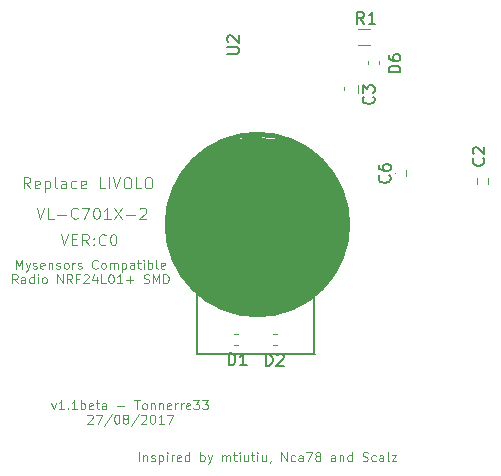
<source format=gto>
G04 #@! TF.FileFunction,Legend,Top*
%FSLAX46Y46*%
G04 Gerber Fmt 4.6, Leading zero omitted, Abs format (unit mm)*
G04 Created by KiCad (PCBNEW 4.0.6) date 08/27/17 11:03:30*
%MOMM*%
%LPD*%
G01*
G04 APERTURE LIST*
%ADD10C,0.100000*%
%ADD11C,0.081280*%
%ADD12C,0.200000*%
%ADD13C,0.065024*%
%ADD14C,0.406400*%
%ADD15C,7.500000*%
%ADD16C,0.120000*%
%ADD17C,0.150000*%
%ADD18R,2.400000X1.400000*%
%ADD19R,1.150000X1.600000*%
%ADD20R,1.600000X1.300000*%
%ADD21R,1.200000X1.200000*%
%ADD22R,0.900000X1.000000*%
%ADD23C,1.705560*%
G04 APERTURE END LIST*
D10*
D11*
X131851401Y-105880038D02*
X132173134Y-106845238D01*
X132494867Y-105880038D01*
X132816601Y-106339657D02*
X133138334Y-106339657D01*
X133276220Y-106845238D02*
X132816601Y-106845238D01*
X132816601Y-105880038D01*
X133276220Y-105880038D01*
X134241419Y-106845238D02*
X133919686Y-106385619D01*
X133689877Y-106845238D02*
X133689877Y-105880038D01*
X134057572Y-105880038D01*
X134149496Y-105926000D01*
X134195457Y-105971962D01*
X134241419Y-106063886D01*
X134241419Y-106201771D01*
X134195457Y-106293695D01*
X134149496Y-106339657D01*
X134057572Y-106385619D01*
X133689877Y-106385619D01*
X134655077Y-106753314D02*
X134701038Y-106799276D01*
X134655077Y-106845238D01*
X134609115Y-106799276D01*
X134655077Y-106753314D01*
X134655077Y-106845238D01*
X134655077Y-106247733D02*
X134701038Y-106293695D01*
X134655077Y-106339657D01*
X134609115Y-106293695D01*
X134655077Y-106247733D01*
X134655077Y-106339657D01*
X135666238Y-106753314D02*
X135620276Y-106799276D01*
X135482391Y-106845238D01*
X135390467Y-106845238D01*
X135252581Y-106799276D01*
X135160657Y-106707352D01*
X135114696Y-106615429D01*
X135068734Y-106431581D01*
X135068734Y-106293695D01*
X135114696Y-106109848D01*
X135160657Y-106017924D01*
X135252581Y-105926000D01*
X135390467Y-105880038D01*
X135482391Y-105880038D01*
X135620276Y-105926000D01*
X135666238Y-105971962D01*
X136263743Y-105880038D02*
X136355667Y-105880038D01*
X136447591Y-105926000D01*
X136493553Y-105971962D01*
X136539515Y-106063886D01*
X136585476Y-106247733D01*
X136585476Y-106477543D01*
X136539515Y-106661390D01*
X136493553Y-106753314D01*
X136447591Y-106799276D01*
X136355667Y-106845238D01*
X136263743Y-106845238D01*
X136171819Y-106799276D01*
X136125857Y-106753314D01*
X136079896Y-106661390D01*
X136033934Y-106477543D01*
X136033934Y-106247733D01*
X136079896Y-106063886D01*
X136125857Y-105971962D01*
X136171819Y-105926000D01*
X136263743Y-105880038D01*
D12*
X153319200Y-116000000D02*
X153319200Y-111100000D01*
X143419200Y-116000000D02*
X143419200Y-111000000D01*
X143919200Y-116000000D02*
X143419200Y-116000000D01*
X153419200Y-116000000D02*
X143919200Y-116000000D01*
D11*
X129278744Y-102019238D02*
X128957011Y-101559619D01*
X128727202Y-102019238D02*
X128727202Y-101054038D01*
X129094897Y-101054038D01*
X129186821Y-101100000D01*
X129232782Y-101145962D01*
X129278744Y-101237886D01*
X129278744Y-101375771D01*
X129232782Y-101467695D01*
X129186821Y-101513657D01*
X129094897Y-101559619D01*
X128727202Y-101559619D01*
X130060097Y-101973276D02*
X129968173Y-102019238D01*
X129784325Y-102019238D01*
X129692402Y-101973276D01*
X129646440Y-101881352D01*
X129646440Y-101513657D01*
X129692402Y-101421733D01*
X129784325Y-101375771D01*
X129968173Y-101375771D01*
X130060097Y-101421733D01*
X130106059Y-101513657D01*
X130106059Y-101605581D01*
X129646440Y-101697505D01*
X130519716Y-101375771D02*
X130519716Y-102340971D01*
X130519716Y-101421733D02*
X130611639Y-101375771D01*
X130795487Y-101375771D01*
X130887411Y-101421733D01*
X130933373Y-101467695D01*
X130979335Y-101559619D01*
X130979335Y-101835390D01*
X130933373Y-101927314D01*
X130887411Y-101973276D01*
X130795487Y-102019238D01*
X130611639Y-102019238D01*
X130519716Y-101973276D01*
X131530877Y-102019238D02*
X131438953Y-101973276D01*
X131392992Y-101881352D01*
X131392992Y-101054038D01*
X132312230Y-102019238D02*
X132312230Y-101513657D01*
X132266268Y-101421733D01*
X132174344Y-101375771D01*
X131990496Y-101375771D01*
X131898573Y-101421733D01*
X132312230Y-101973276D02*
X132220306Y-102019238D01*
X131990496Y-102019238D01*
X131898573Y-101973276D01*
X131852611Y-101881352D01*
X131852611Y-101789429D01*
X131898573Y-101697505D01*
X131990496Y-101651543D01*
X132220306Y-101651543D01*
X132312230Y-101605581D01*
X133185506Y-101973276D02*
X133093582Y-102019238D01*
X132909734Y-102019238D01*
X132817810Y-101973276D01*
X132771849Y-101927314D01*
X132725887Y-101835390D01*
X132725887Y-101559619D01*
X132771849Y-101467695D01*
X132817810Y-101421733D01*
X132909734Y-101375771D01*
X133093582Y-101375771D01*
X133185506Y-101421733D01*
X133966858Y-101973276D02*
X133874934Y-102019238D01*
X133691086Y-102019238D01*
X133599163Y-101973276D01*
X133553201Y-101881352D01*
X133553201Y-101513657D01*
X133599163Y-101421733D01*
X133691086Y-101375771D01*
X133874934Y-101375771D01*
X133966858Y-101421733D01*
X134012820Y-101513657D01*
X134012820Y-101605581D01*
X133553201Y-101697505D01*
X135621486Y-102019238D02*
X135161867Y-102019238D01*
X135161867Y-101054038D01*
X135943219Y-102019238D02*
X135943219Y-101054038D01*
X136264952Y-101054038D02*
X136586685Y-102019238D01*
X136908418Y-101054038D01*
X137413999Y-101054038D02*
X137597847Y-101054038D01*
X137689771Y-101100000D01*
X137781694Y-101191924D01*
X137827656Y-101375771D01*
X137827656Y-101697505D01*
X137781694Y-101881352D01*
X137689771Y-101973276D01*
X137597847Y-102019238D01*
X137413999Y-102019238D01*
X137322075Y-101973276D01*
X137230152Y-101881352D01*
X137184190Y-101697505D01*
X137184190Y-101375771D01*
X137230152Y-101191924D01*
X137322075Y-101100000D01*
X137413999Y-101054038D01*
X138700933Y-102019238D02*
X138241314Y-102019238D01*
X138241314Y-101054038D01*
X139206513Y-101054038D02*
X139390361Y-101054038D01*
X139482285Y-101100000D01*
X139574208Y-101191924D01*
X139620170Y-101375771D01*
X139620170Y-101697505D01*
X139574208Y-101881352D01*
X139482285Y-101973276D01*
X139390361Y-102019238D01*
X139206513Y-102019238D01*
X139114589Y-101973276D01*
X139022666Y-101881352D01*
X138976704Y-101697505D01*
X138976704Y-101375771D01*
X139022666Y-101191924D01*
X139114589Y-101100000D01*
X139206513Y-101054038D01*
X129830286Y-103644838D02*
X130152019Y-104610038D01*
X130473752Y-103644838D01*
X131255105Y-104610038D02*
X130795486Y-104610038D01*
X130795486Y-103644838D01*
X131576838Y-104242343D02*
X132312228Y-104242343D01*
X133323390Y-104518114D02*
X133277428Y-104564076D01*
X133139543Y-104610038D01*
X133047619Y-104610038D01*
X132909733Y-104564076D01*
X132817809Y-104472152D01*
X132771848Y-104380229D01*
X132725886Y-104196381D01*
X132725886Y-104058495D01*
X132771848Y-103874648D01*
X132817809Y-103782724D01*
X132909733Y-103690800D01*
X133047619Y-103644838D01*
X133139543Y-103644838D01*
X133277428Y-103690800D01*
X133323390Y-103736762D01*
X133645124Y-103644838D02*
X134288590Y-103644838D01*
X133874933Y-104610038D01*
X134840133Y-103644838D02*
X134932057Y-103644838D01*
X135023981Y-103690800D01*
X135069943Y-103736762D01*
X135115905Y-103828686D01*
X135161866Y-104012533D01*
X135161866Y-104242343D01*
X135115905Y-104426190D01*
X135069943Y-104518114D01*
X135023981Y-104564076D01*
X134932057Y-104610038D01*
X134840133Y-104610038D01*
X134748209Y-104564076D01*
X134702247Y-104518114D01*
X134656286Y-104426190D01*
X134610324Y-104242343D01*
X134610324Y-104012533D01*
X134656286Y-103828686D01*
X134702247Y-103736762D01*
X134748209Y-103690800D01*
X134840133Y-103644838D01*
X136081104Y-104610038D02*
X135529562Y-104610038D01*
X135805333Y-104610038D02*
X135805333Y-103644838D01*
X135713409Y-103782724D01*
X135621485Y-103874648D01*
X135529562Y-103920610D01*
X136402838Y-103644838D02*
X137046304Y-104610038D01*
X137046304Y-103644838D02*
X136402838Y-104610038D01*
X137414000Y-104242343D02*
X138149390Y-104242343D01*
X138563048Y-103736762D02*
X138609010Y-103690800D01*
X138700933Y-103644838D01*
X138930743Y-103644838D01*
X139022667Y-103690800D01*
X139068629Y-103736762D01*
X139114590Y-103828686D01*
X139114590Y-103920610D01*
X139068629Y-104058495D01*
X138517086Y-104610038D01*
X139114590Y-104610038D01*
D13*
X131081904Y-120203993D02*
X131265751Y-120718766D01*
X131449599Y-120203993D01*
X132148219Y-120718766D02*
X131706985Y-120718766D01*
X131927602Y-120718766D02*
X131927602Y-119946606D01*
X131854063Y-120056915D01*
X131780524Y-120130454D01*
X131706985Y-120167224D01*
X132479145Y-120645227D02*
X132515914Y-120681997D01*
X132479145Y-120718766D01*
X132442375Y-120681997D01*
X132479145Y-120645227D01*
X132479145Y-120718766D01*
X133251304Y-120718766D02*
X132810070Y-120718766D01*
X133030687Y-120718766D02*
X133030687Y-119946606D01*
X132957148Y-120056915D01*
X132883609Y-120130454D01*
X132810070Y-120167224D01*
X133582230Y-120718766D02*
X133582230Y-119946606D01*
X133582230Y-120240763D02*
X133655769Y-120203993D01*
X133802847Y-120203993D01*
X133876386Y-120240763D01*
X133913155Y-120277532D01*
X133949925Y-120351071D01*
X133949925Y-120571688D01*
X133913155Y-120645227D01*
X133876386Y-120681997D01*
X133802847Y-120718766D01*
X133655769Y-120718766D01*
X133582230Y-120681997D01*
X134575007Y-120681997D02*
X134501468Y-120718766D01*
X134354390Y-120718766D01*
X134280851Y-120681997D01*
X134244081Y-120608458D01*
X134244081Y-120314302D01*
X134280851Y-120240763D01*
X134354390Y-120203993D01*
X134501468Y-120203993D01*
X134575007Y-120240763D01*
X134611776Y-120314302D01*
X134611776Y-120387841D01*
X134244081Y-120461380D01*
X134832393Y-120203993D02*
X135126549Y-120203993D01*
X134942702Y-119946606D02*
X134942702Y-120608458D01*
X134979471Y-120681997D01*
X135053010Y-120718766D01*
X135126549Y-120718766D01*
X135714861Y-120718766D02*
X135714861Y-120314302D01*
X135678092Y-120240763D01*
X135604553Y-120203993D01*
X135457475Y-120203993D01*
X135383936Y-120240763D01*
X135714861Y-120681997D02*
X135641322Y-120718766D01*
X135457475Y-120718766D01*
X135383936Y-120681997D01*
X135347166Y-120608458D01*
X135347166Y-120534919D01*
X135383936Y-120461380D01*
X135457475Y-120424610D01*
X135641322Y-120424610D01*
X135714861Y-120387841D01*
X136670869Y-120424610D02*
X137259181Y-120424610D01*
X138104880Y-119946606D02*
X138546114Y-119946606D01*
X138325497Y-120718766D02*
X138325497Y-119946606D01*
X138913809Y-120718766D02*
X138840270Y-120681997D01*
X138803501Y-120645227D01*
X138766731Y-120571688D01*
X138766731Y-120351071D01*
X138803501Y-120277532D01*
X138840270Y-120240763D01*
X138913809Y-120203993D01*
X139024118Y-120203993D01*
X139097657Y-120240763D01*
X139134426Y-120277532D01*
X139171196Y-120351071D01*
X139171196Y-120571688D01*
X139134426Y-120645227D01*
X139097657Y-120681997D01*
X139024118Y-120718766D01*
X138913809Y-120718766D01*
X139502122Y-120203993D02*
X139502122Y-120718766D01*
X139502122Y-120277532D02*
X139538891Y-120240763D01*
X139612430Y-120203993D01*
X139722739Y-120203993D01*
X139796278Y-120240763D01*
X139833047Y-120314302D01*
X139833047Y-120718766D01*
X140200743Y-120203993D02*
X140200743Y-120718766D01*
X140200743Y-120277532D02*
X140237512Y-120240763D01*
X140311051Y-120203993D01*
X140421360Y-120203993D01*
X140494899Y-120240763D01*
X140531668Y-120314302D01*
X140531668Y-120718766D01*
X141193520Y-120681997D02*
X141119981Y-120718766D01*
X140972903Y-120718766D01*
X140899364Y-120681997D01*
X140862594Y-120608458D01*
X140862594Y-120314302D01*
X140899364Y-120240763D01*
X140972903Y-120203993D01*
X141119981Y-120203993D01*
X141193520Y-120240763D01*
X141230289Y-120314302D01*
X141230289Y-120387841D01*
X140862594Y-120461380D01*
X141561215Y-120718766D02*
X141561215Y-120203993D01*
X141561215Y-120351071D02*
X141597984Y-120277532D01*
X141634754Y-120240763D01*
X141708293Y-120203993D01*
X141781832Y-120203993D01*
X142039219Y-120718766D02*
X142039219Y-120203993D01*
X142039219Y-120351071D02*
X142075988Y-120277532D01*
X142112758Y-120240763D01*
X142186297Y-120203993D01*
X142259836Y-120203993D01*
X142811379Y-120681997D02*
X142737840Y-120718766D01*
X142590762Y-120718766D01*
X142517223Y-120681997D01*
X142480453Y-120608458D01*
X142480453Y-120314302D01*
X142517223Y-120240763D01*
X142590762Y-120203993D01*
X142737840Y-120203993D01*
X142811379Y-120240763D01*
X142848148Y-120314302D01*
X142848148Y-120387841D01*
X142480453Y-120461380D01*
X143105535Y-119946606D02*
X143583538Y-119946606D01*
X143326152Y-120240763D01*
X143436460Y-120240763D01*
X143509999Y-120277532D01*
X143546769Y-120314302D01*
X143583538Y-120387841D01*
X143583538Y-120571688D01*
X143546769Y-120645227D01*
X143509999Y-120681997D01*
X143436460Y-120718766D01*
X143215843Y-120718766D01*
X143142304Y-120681997D01*
X143105535Y-120645227D01*
X143840925Y-119946606D02*
X144318928Y-119946606D01*
X144061542Y-120240763D01*
X144171850Y-120240763D01*
X144245389Y-120277532D01*
X144282159Y-120314302D01*
X144318928Y-120387841D01*
X144318928Y-120571688D01*
X144282159Y-120645227D01*
X144245389Y-120681997D01*
X144171850Y-120718766D01*
X143951233Y-120718766D01*
X143877694Y-120681997D01*
X143840925Y-120645227D01*
X134115388Y-121243410D02*
X134152158Y-121206640D01*
X134225697Y-121169870D01*
X134409544Y-121169870D01*
X134483083Y-121206640D01*
X134519853Y-121243410D01*
X134556622Y-121316949D01*
X134556622Y-121390488D01*
X134519853Y-121500796D01*
X134078619Y-121942030D01*
X134556622Y-121942030D01*
X134814009Y-121169870D02*
X135328782Y-121169870D01*
X134997856Y-121942030D01*
X136174480Y-121133101D02*
X135512629Y-122125878D01*
X136578946Y-121169870D02*
X136652485Y-121169870D01*
X136726024Y-121206640D01*
X136762793Y-121243410D01*
X136799563Y-121316949D01*
X136836332Y-121464027D01*
X136836332Y-121647874D01*
X136799563Y-121794952D01*
X136762793Y-121868491D01*
X136726024Y-121905261D01*
X136652485Y-121942030D01*
X136578946Y-121942030D01*
X136505407Y-121905261D01*
X136468637Y-121868491D01*
X136431868Y-121794952D01*
X136395098Y-121647874D01*
X136395098Y-121464027D01*
X136431868Y-121316949D01*
X136468637Y-121243410D01*
X136505407Y-121206640D01*
X136578946Y-121169870D01*
X137277566Y-121500796D02*
X137204027Y-121464027D01*
X137167258Y-121427257D01*
X137130488Y-121353718D01*
X137130488Y-121316949D01*
X137167258Y-121243410D01*
X137204027Y-121206640D01*
X137277566Y-121169870D01*
X137424644Y-121169870D01*
X137498183Y-121206640D01*
X137534953Y-121243410D01*
X137571722Y-121316949D01*
X137571722Y-121353718D01*
X137534953Y-121427257D01*
X137498183Y-121464027D01*
X137424644Y-121500796D01*
X137277566Y-121500796D01*
X137204027Y-121537566D01*
X137167258Y-121574335D01*
X137130488Y-121647874D01*
X137130488Y-121794952D01*
X137167258Y-121868491D01*
X137204027Y-121905261D01*
X137277566Y-121942030D01*
X137424644Y-121942030D01*
X137498183Y-121905261D01*
X137534953Y-121868491D01*
X137571722Y-121794952D01*
X137571722Y-121647874D01*
X137534953Y-121574335D01*
X137498183Y-121537566D01*
X137424644Y-121500796D01*
X138454190Y-121133101D02*
X137792339Y-122125878D01*
X138674808Y-121243410D02*
X138711578Y-121206640D01*
X138785117Y-121169870D01*
X138968964Y-121169870D01*
X139042503Y-121206640D01*
X139079273Y-121243410D01*
X139116042Y-121316949D01*
X139116042Y-121390488D01*
X139079273Y-121500796D01*
X138638039Y-121942030D01*
X139116042Y-121942030D01*
X139594046Y-121169870D02*
X139667585Y-121169870D01*
X139741124Y-121206640D01*
X139777893Y-121243410D01*
X139814663Y-121316949D01*
X139851432Y-121464027D01*
X139851432Y-121647874D01*
X139814663Y-121794952D01*
X139777893Y-121868491D01*
X139741124Y-121905261D01*
X139667585Y-121942030D01*
X139594046Y-121942030D01*
X139520507Y-121905261D01*
X139483737Y-121868491D01*
X139446968Y-121794952D01*
X139410198Y-121647874D01*
X139410198Y-121464027D01*
X139446968Y-121316949D01*
X139483737Y-121243410D01*
X139520507Y-121206640D01*
X139594046Y-121169870D01*
X140586822Y-121942030D02*
X140145588Y-121942030D01*
X140366205Y-121942030D02*
X140366205Y-121169870D01*
X140292666Y-121280179D01*
X140219127Y-121353718D01*
X140145588Y-121390488D01*
X140844209Y-121169870D02*
X141358982Y-121169870D01*
X141028056Y-121942030D01*
X128078412Y-108831566D02*
X128078412Y-108059406D01*
X128335798Y-108610949D01*
X128593185Y-108059406D01*
X128593185Y-108831566D01*
X128887342Y-108316793D02*
X129071189Y-108831566D01*
X129255037Y-108316793D02*
X129071189Y-108831566D01*
X128997650Y-109015414D01*
X128960881Y-109052184D01*
X128887342Y-109088953D01*
X129512423Y-108794797D02*
X129585962Y-108831566D01*
X129733040Y-108831566D01*
X129806579Y-108794797D01*
X129843349Y-108721258D01*
X129843349Y-108684488D01*
X129806579Y-108610949D01*
X129733040Y-108574180D01*
X129622732Y-108574180D01*
X129549193Y-108537410D01*
X129512423Y-108463871D01*
X129512423Y-108427102D01*
X129549193Y-108353563D01*
X129622732Y-108316793D01*
X129733040Y-108316793D01*
X129806579Y-108353563D01*
X130468431Y-108794797D02*
X130394892Y-108831566D01*
X130247814Y-108831566D01*
X130174275Y-108794797D01*
X130137505Y-108721258D01*
X130137505Y-108427102D01*
X130174275Y-108353563D01*
X130247814Y-108316793D01*
X130394892Y-108316793D01*
X130468431Y-108353563D01*
X130505200Y-108427102D01*
X130505200Y-108500641D01*
X130137505Y-108574180D01*
X130836126Y-108316793D02*
X130836126Y-108831566D01*
X130836126Y-108390332D02*
X130872895Y-108353563D01*
X130946434Y-108316793D01*
X131056743Y-108316793D01*
X131130282Y-108353563D01*
X131167051Y-108427102D01*
X131167051Y-108831566D01*
X131497977Y-108794797D02*
X131571516Y-108831566D01*
X131718594Y-108831566D01*
X131792133Y-108794797D01*
X131828903Y-108721258D01*
X131828903Y-108684488D01*
X131792133Y-108610949D01*
X131718594Y-108574180D01*
X131608286Y-108574180D01*
X131534747Y-108537410D01*
X131497977Y-108463871D01*
X131497977Y-108427102D01*
X131534747Y-108353563D01*
X131608286Y-108316793D01*
X131718594Y-108316793D01*
X131792133Y-108353563D01*
X132270137Y-108831566D02*
X132196598Y-108794797D01*
X132159829Y-108758027D01*
X132123059Y-108684488D01*
X132123059Y-108463871D01*
X132159829Y-108390332D01*
X132196598Y-108353563D01*
X132270137Y-108316793D01*
X132380446Y-108316793D01*
X132453985Y-108353563D01*
X132490754Y-108390332D01*
X132527524Y-108463871D01*
X132527524Y-108684488D01*
X132490754Y-108758027D01*
X132453985Y-108794797D01*
X132380446Y-108831566D01*
X132270137Y-108831566D01*
X132858450Y-108831566D02*
X132858450Y-108316793D01*
X132858450Y-108463871D02*
X132895219Y-108390332D01*
X132931989Y-108353563D01*
X133005528Y-108316793D01*
X133079067Y-108316793D01*
X133299684Y-108794797D02*
X133373223Y-108831566D01*
X133520301Y-108831566D01*
X133593840Y-108794797D01*
X133630610Y-108721258D01*
X133630610Y-108684488D01*
X133593840Y-108610949D01*
X133520301Y-108574180D01*
X133409993Y-108574180D01*
X133336454Y-108537410D01*
X133299684Y-108463871D01*
X133299684Y-108427102D01*
X133336454Y-108353563D01*
X133409993Y-108316793D01*
X133520301Y-108316793D01*
X133593840Y-108353563D01*
X134991082Y-108758027D02*
X134954312Y-108794797D01*
X134844004Y-108831566D01*
X134770465Y-108831566D01*
X134660156Y-108794797D01*
X134586617Y-108721258D01*
X134549848Y-108647719D01*
X134513078Y-108500641D01*
X134513078Y-108390332D01*
X134549848Y-108243254D01*
X134586617Y-108169715D01*
X134660156Y-108096176D01*
X134770465Y-108059406D01*
X134844004Y-108059406D01*
X134954312Y-108096176D01*
X134991082Y-108132946D01*
X135432316Y-108831566D02*
X135358777Y-108794797D01*
X135322008Y-108758027D01*
X135285238Y-108684488D01*
X135285238Y-108463871D01*
X135322008Y-108390332D01*
X135358777Y-108353563D01*
X135432316Y-108316793D01*
X135542625Y-108316793D01*
X135616164Y-108353563D01*
X135652933Y-108390332D01*
X135689703Y-108463871D01*
X135689703Y-108684488D01*
X135652933Y-108758027D01*
X135616164Y-108794797D01*
X135542625Y-108831566D01*
X135432316Y-108831566D01*
X136020629Y-108831566D02*
X136020629Y-108316793D01*
X136020629Y-108390332D02*
X136057398Y-108353563D01*
X136130937Y-108316793D01*
X136241246Y-108316793D01*
X136314785Y-108353563D01*
X136351554Y-108427102D01*
X136351554Y-108831566D01*
X136351554Y-108427102D02*
X136388324Y-108353563D01*
X136461863Y-108316793D01*
X136572171Y-108316793D01*
X136645711Y-108353563D01*
X136682480Y-108427102D01*
X136682480Y-108831566D01*
X137050176Y-108316793D02*
X137050176Y-109088953D01*
X137050176Y-108353563D02*
X137123715Y-108316793D01*
X137270793Y-108316793D01*
X137344332Y-108353563D01*
X137381101Y-108390332D01*
X137417871Y-108463871D01*
X137417871Y-108684488D01*
X137381101Y-108758027D01*
X137344332Y-108794797D01*
X137270793Y-108831566D01*
X137123715Y-108831566D01*
X137050176Y-108794797D01*
X138079722Y-108831566D02*
X138079722Y-108427102D01*
X138042953Y-108353563D01*
X137969414Y-108316793D01*
X137822336Y-108316793D01*
X137748797Y-108353563D01*
X138079722Y-108794797D02*
X138006183Y-108831566D01*
X137822336Y-108831566D01*
X137748797Y-108794797D01*
X137712027Y-108721258D01*
X137712027Y-108647719D01*
X137748797Y-108574180D01*
X137822336Y-108537410D01*
X138006183Y-108537410D01*
X138079722Y-108500641D01*
X138337109Y-108316793D02*
X138631265Y-108316793D01*
X138447418Y-108059406D02*
X138447418Y-108721258D01*
X138484187Y-108794797D01*
X138557726Y-108831566D01*
X138631265Y-108831566D01*
X138888652Y-108831566D02*
X138888652Y-108316793D01*
X138888652Y-108059406D02*
X138851882Y-108096176D01*
X138888652Y-108132946D01*
X138925421Y-108096176D01*
X138888652Y-108059406D01*
X138888652Y-108132946D01*
X139256347Y-108831566D02*
X139256347Y-108059406D01*
X139256347Y-108353563D02*
X139329886Y-108316793D01*
X139476964Y-108316793D01*
X139550503Y-108353563D01*
X139587272Y-108390332D01*
X139624042Y-108463871D01*
X139624042Y-108684488D01*
X139587272Y-108758027D01*
X139550503Y-108794797D01*
X139476964Y-108831566D01*
X139329886Y-108831566D01*
X139256347Y-108794797D01*
X140065276Y-108831566D02*
X139991737Y-108794797D01*
X139954968Y-108721258D01*
X139954968Y-108059406D01*
X140653589Y-108794797D02*
X140580050Y-108831566D01*
X140432972Y-108831566D01*
X140359433Y-108794797D01*
X140322663Y-108721258D01*
X140322663Y-108427102D01*
X140359433Y-108353563D01*
X140432972Y-108316793D01*
X140580050Y-108316793D01*
X140653589Y-108353563D01*
X140690358Y-108427102D01*
X140690358Y-108500641D01*
X140322663Y-108574180D01*
X128207106Y-110054830D02*
X127949719Y-109687135D01*
X127765872Y-110054830D02*
X127765872Y-109282670D01*
X128060028Y-109282670D01*
X128133567Y-109319440D01*
X128170336Y-109356210D01*
X128207106Y-109429749D01*
X128207106Y-109540057D01*
X128170336Y-109613596D01*
X128133567Y-109650366D01*
X128060028Y-109687135D01*
X127765872Y-109687135D01*
X128868957Y-110054830D02*
X128868957Y-109650366D01*
X128832188Y-109576827D01*
X128758649Y-109540057D01*
X128611571Y-109540057D01*
X128538032Y-109576827D01*
X128868957Y-110018061D02*
X128795418Y-110054830D01*
X128611571Y-110054830D01*
X128538032Y-110018061D01*
X128501262Y-109944522D01*
X128501262Y-109870983D01*
X128538032Y-109797444D01*
X128611571Y-109760674D01*
X128795418Y-109760674D01*
X128868957Y-109723905D01*
X129567578Y-110054830D02*
X129567578Y-109282670D01*
X129567578Y-110018061D02*
X129494039Y-110054830D01*
X129346961Y-110054830D01*
X129273422Y-110018061D01*
X129236653Y-109981291D01*
X129199883Y-109907752D01*
X129199883Y-109687135D01*
X129236653Y-109613596D01*
X129273422Y-109576827D01*
X129346961Y-109540057D01*
X129494039Y-109540057D01*
X129567578Y-109576827D01*
X129935274Y-110054830D02*
X129935274Y-109540057D01*
X129935274Y-109282670D02*
X129898504Y-109319440D01*
X129935274Y-109356210D01*
X129972043Y-109319440D01*
X129935274Y-109282670D01*
X129935274Y-109356210D01*
X130413277Y-110054830D02*
X130339738Y-110018061D01*
X130302969Y-109981291D01*
X130266199Y-109907752D01*
X130266199Y-109687135D01*
X130302969Y-109613596D01*
X130339738Y-109576827D01*
X130413277Y-109540057D01*
X130523586Y-109540057D01*
X130597125Y-109576827D01*
X130633894Y-109613596D01*
X130670664Y-109687135D01*
X130670664Y-109907752D01*
X130633894Y-109981291D01*
X130597125Y-110018061D01*
X130523586Y-110054830D01*
X130413277Y-110054830D01*
X131589902Y-110054830D02*
X131589902Y-109282670D01*
X132031136Y-110054830D01*
X132031136Y-109282670D01*
X132840066Y-110054830D02*
X132582679Y-109687135D01*
X132398832Y-110054830D02*
X132398832Y-109282670D01*
X132692988Y-109282670D01*
X132766527Y-109319440D01*
X132803296Y-109356210D01*
X132840066Y-109429749D01*
X132840066Y-109540057D01*
X132803296Y-109613596D01*
X132766527Y-109650366D01*
X132692988Y-109687135D01*
X132398832Y-109687135D01*
X133428378Y-109650366D02*
X133170992Y-109650366D01*
X133170992Y-110054830D02*
X133170992Y-109282670D01*
X133538687Y-109282670D01*
X133796073Y-109356210D02*
X133832843Y-109319440D01*
X133906382Y-109282670D01*
X134090229Y-109282670D01*
X134163768Y-109319440D01*
X134200538Y-109356210D01*
X134237307Y-109429749D01*
X134237307Y-109503288D01*
X134200538Y-109613596D01*
X133759304Y-110054830D01*
X134237307Y-110054830D01*
X134899158Y-109540057D02*
X134899158Y-110054830D01*
X134715311Y-109245901D02*
X134531463Y-109797444D01*
X135009467Y-109797444D01*
X135671318Y-110054830D02*
X135303623Y-110054830D01*
X135303623Y-109282670D01*
X136075783Y-109282670D02*
X136149322Y-109282670D01*
X136222861Y-109319440D01*
X136259630Y-109356210D01*
X136296400Y-109429749D01*
X136333169Y-109576827D01*
X136333169Y-109760674D01*
X136296400Y-109907752D01*
X136259630Y-109981291D01*
X136222861Y-110018061D01*
X136149322Y-110054830D01*
X136075783Y-110054830D01*
X136002244Y-110018061D01*
X135965474Y-109981291D01*
X135928705Y-109907752D01*
X135891935Y-109760674D01*
X135891935Y-109576827D01*
X135928705Y-109429749D01*
X135965474Y-109356210D01*
X136002244Y-109319440D01*
X136075783Y-109282670D01*
X137068559Y-110054830D02*
X136627325Y-110054830D01*
X136847942Y-110054830D02*
X136847942Y-109282670D01*
X136774403Y-109392979D01*
X136700864Y-109466518D01*
X136627325Y-109503288D01*
X137399485Y-109760674D02*
X137987797Y-109760674D01*
X137693641Y-110054830D02*
X137693641Y-109466518D01*
X138907035Y-110018061D02*
X139017344Y-110054830D01*
X139201191Y-110054830D01*
X139274730Y-110018061D01*
X139311500Y-109981291D01*
X139348269Y-109907752D01*
X139348269Y-109834213D01*
X139311500Y-109760674D01*
X139274730Y-109723905D01*
X139201191Y-109687135D01*
X139054113Y-109650366D01*
X138980574Y-109613596D01*
X138943805Y-109576827D01*
X138907035Y-109503288D01*
X138907035Y-109429749D01*
X138943805Y-109356210D01*
X138980574Y-109319440D01*
X139054113Y-109282670D01*
X139237961Y-109282670D01*
X139348269Y-109319440D01*
X139679195Y-110054830D02*
X139679195Y-109282670D01*
X139936581Y-109834213D01*
X140193968Y-109282670D01*
X140193968Y-110054830D01*
X140561664Y-110054830D02*
X140561664Y-109282670D01*
X140745511Y-109282670D01*
X140855820Y-109319440D01*
X140929359Y-109392979D01*
X140966128Y-109466518D01*
X141002898Y-109613596D01*
X141002898Y-109723905D01*
X140966128Y-109870983D01*
X140929359Y-109944522D01*
X140855820Y-110018061D01*
X140745511Y-110054830D01*
X140561664Y-110054830D01*
D14*
X156164628Y-105076600D02*
G75*
G03X156164628Y-105076600I-7648528J0D01*
G01*
D13*
X138486609Y-125117030D02*
X138486609Y-124344870D01*
X138854304Y-124602257D02*
X138854304Y-125117030D01*
X138854304Y-124675796D02*
X138891073Y-124639027D01*
X138964612Y-124602257D01*
X139074921Y-124602257D01*
X139148460Y-124639027D01*
X139185229Y-124712566D01*
X139185229Y-125117030D01*
X139516155Y-125080261D02*
X139589694Y-125117030D01*
X139736772Y-125117030D01*
X139810311Y-125080261D01*
X139847081Y-125006722D01*
X139847081Y-124969952D01*
X139810311Y-124896413D01*
X139736772Y-124859644D01*
X139626464Y-124859644D01*
X139552925Y-124822874D01*
X139516155Y-124749335D01*
X139516155Y-124712566D01*
X139552925Y-124639027D01*
X139626464Y-124602257D01*
X139736772Y-124602257D01*
X139810311Y-124639027D01*
X140178007Y-124602257D02*
X140178007Y-125374417D01*
X140178007Y-124639027D02*
X140251546Y-124602257D01*
X140398624Y-124602257D01*
X140472163Y-124639027D01*
X140508932Y-124675796D01*
X140545702Y-124749335D01*
X140545702Y-124969952D01*
X140508932Y-125043491D01*
X140472163Y-125080261D01*
X140398624Y-125117030D01*
X140251546Y-125117030D01*
X140178007Y-125080261D01*
X140876628Y-125117030D02*
X140876628Y-124602257D01*
X140876628Y-124344870D02*
X140839858Y-124381640D01*
X140876628Y-124418410D01*
X140913397Y-124381640D01*
X140876628Y-124344870D01*
X140876628Y-124418410D01*
X141244323Y-125117030D02*
X141244323Y-124602257D01*
X141244323Y-124749335D02*
X141281092Y-124675796D01*
X141317862Y-124639027D01*
X141391401Y-124602257D01*
X141464940Y-124602257D01*
X142016483Y-125080261D02*
X141942944Y-125117030D01*
X141795866Y-125117030D01*
X141722327Y-125080261D01*
X141685557Y-125006722D01*
X141685557Y-124712566D01*
X141722327Y-124639027D01*
X141795866Y-124602257D01*
X141942944Y-124602257D01*
X142016483Y-124639027D01*
X142053252Y-124712566D01*
X142053252Y-124786105D01*
X141685557Y-124859644D01*
X142715103Y-125117030D02*
X142715103Y-124344870D01*
X142715103Y-125080261D02*
X142641564Y-125117030D01*
X142494486Y-125117030D01*
X142420947Y-125080261D01*
X142384178Y-125043491D01*
X142347408Y-124969952D01*
X142347408Y-124749335D01*
X142384178Y-124675796D01*
X142420947Y-124639027D01*
X142494486Y-124602257D01*
X142641564Y-124602257D01*
X142715103Y-124639027D01*
X143671111Y-125117030D02*
X143671111Y-124344870D01*
X143671111Y-124639027D02*
X143744650Y-124602257D01*
X143891728Y-124602257D01*
X143965267Y-124639027D01*
X144002036Y-124675796D01*
X144038806Y-124749335D01*
X144038806Y-124969952D01*
X144002036Y-125043491D01*
X143965267Y-125080261D01*
X143891728Y-125117030D01*
X143744650Y-125117030D01*
X143671111Y-125080261D01*
X144296193Y-124602257D02*
X144480040Y-125117030D01*
X144663888Y-124602257D02*
X144480040Y-125117030D01*
X144406501Y-125300878D01*
X144369732Y-125337648D01*
X144296193Y-125374417D01*
X145546356Y-125117030D02*
X145546356Y-124602257D01*
X145546356Y-124675796D02*
X145583125Y-124639027D01*
X145656664Y-124602257D01*
X145766973Y-124602257D01*
X145840512Y-124639027D01*
X145877281Y-124712566D01*
X145877281Y-125117030D01*
X145877281Y-124712566D02*
X145914051Y-124639027D01*
X145987590Y-124602257D01*
X146097898Y-124602257D01*
X146171438Y-124639027D01*
X146208207Y-124712566D01*
X146208207Y-125117030D01*
X146465594Y-124602257D02*
X146759750Y-124602257D01*
X146575903Y-124344870D02*
X146575903Y-125006722D01*
X146612672Y-125080261D01*
X146686211Y-125117030D01*
X146759750Y-125117030D01*
X147017137Y-125117030D02*
X147017137Y-124602257D01*
X147017137Y-124344870D02*
X146980367Y-124381640D01*
X147017137Y-124418410D01*
X147053906Y-124381640D01*
X147017137Y-124344870D01*
X147017137Y-124418410D01*
X147715757Y-124602257D02*
X147715757Y-125117030D01*
X147384832Y-124602257D02*
X147384832Y-125006722D01*
X147421601Y-125080261D01*
X147495140Y-125117030D01*
X147605449Y-125117030D01*
X147678988Y-125080261D01*
X147715757Y-125043491D01*
X147973144Y-124602257D02*
X148267300Y-124602257D01*
X148083453Y-124344870D02*
X148083453Y-125006722D01*
X148120222Y-125080261D01*
X148193761Y-125117030D01*
X148267300Y-125117030D01*
X148524687Y-125117030D02*
X148524687Y-124602257D01*
X148524687Y-124344870D02*
X148487917Y-124381640D01*
X148524687Y-124418410D01*
X148561456Y-124381640D01*
X148524687Y-124344870D01*
X148524687Y-124418410D01*
X149223307Y-124602257D02*
X149223307Y-125117030D01*
X148892382Y-124602257D02*
X148892382Y-125006722D01*
X148929151Y-125080261D01*
X149002690Y-125117030D01*
X149112999Y-125117030D01*
X149186538Y-125080261D01*
X149223307Y-125043491D01*
X149627772Y-125080261D02*
X149627772Y-125117030D01*
X149591003Y-125190570D01*
X149554233Y-125227339D01*
X150547010Y-125117030D02*
X150547010Y-124344870D01*
X150988244Y-125117030D01*
X150988244Y-124344870D01*
X151686865Y-125080261D02*
X151613326Y-125117030D01*
X151466248Y-125117030D01*
X151392709Y-125080261D01*
X151355940Y-125043491D01*
X151319170Y-124969952D01*
X151319170Y-124749335D01*
X151355940Y-124675796D01*
X151392709Y-124639027D01*
X151466248Y-124602257D01*
X151613326Y-124602257D01*
X151686865Y-124639027D01*
X152348716Y-125117030D02*
X152348716Y-124712566D01*
X152311947Y-124639027D01*
X152238408Y-124602257D01*
X152091330Y-124602257D01*
X152017791Y-124639027D01*
X152348716Y-125080261D02*
X152275177Y-125117030D01*
X152091330Y-125117030D01*
X152017791Y-125080261D01*
X151981021Y-125006722D01*
X151981021Y-124933183D01*
X152017791Y-124859644D01*
X152091330Y-124822874D01*
X152275177Y-124822874D01*
X152348716Y-124786105D01*
X152642873Y-124344870D02*
X153157646Y-124344870D01*
X152826720Y-125117030D01*
X153562110Y-124675796D02*
X153488571Y-124639027D01*
X153451802Y-124602257D01*
X153415032Y-124528718D01*
X153415032Y-124491949D01*
X153451802Y-124418410D01*
X153488571Y-124381640D01*
X153562110Y-124344870D01*
X153709188Y-124344870D01*
X153782727Y-124381640D01*
X153819497Y-124418410D01*
X153856266Y-124491949D01*
X153856266Y-124528718D01*
X153819497Y-124602257D01*
X153782727Y-124639027D01*
X153709188Y-124675796D01*
X153562110Y-124675796D01*
X153488571Y-124712566D01*
X153451802Y-124749335D01*
X153415032Y-124822874D01*
X153415032Y-124969952D01*
X153451802Y-125043491D01*
X153488571Y-125080261D01*
X153562110Y-125117030D01*
X153709188Y-125117030D01*
X153782727Y-125080261D01*
X153819497Y-125043491D01*
X153856266Y-124969952D01*
X153856266Y-124822874D01*
X153819497Y-124749335D01*
X153782727Y-124712566D01*
X153709188Y-124675796D01*
X155106429Y-125117030D02*
X155106429Y-124712566D01*
X155069660Y-124639027D01*
X154996121Y-124602257D01*
X154849043Y-124602257D01*
X154775504Y-124639027D01*
X155106429Y-125080261D02*
X155032890Y-125117030D01*
X154849043Y-125117030D01*
X154775504Y-125080261D01*
X154738734Y-125006722D01*
X154738734Y-124933183D01*
X154775504Y-124859644D01*
X154849043Y-124822874D01*
X155032890Y-124822874D01*
X155106429Y-124786105D01*
X155474125Y-124602257D02*
X155474125Y-125117030D01*
X155474125Y-124675796D02*
X155510894Y-124639027D01*
X155584433Y-124602257D01*
X155694742Y-124602257D01*
X155768281Y-124639027D01*
X155805050Y-124712566D01*
X155805050Y-125117030D01*
X156503671Y-125117030D02*
X156503671Y-124344870D01*
X156503671Y-125080261D02*
X156430132Y-125117030D01*
X156283054Y-125117030D01*
X156209515Y-125080261D01*
X156172746Y-125043491D01*
X156135976Y-124969952D01*
X156135976Y-124749335D01*
X156172746Y-124675796D01*
X156209515Y-124639027D01*
X156283054Y-124602257D01*
X156430132Y-124602257D01*
X156503671Y-124639027D01*
X157422909Y-125080261D02*
X157533218Y-125117030D01*
X157717065Y-125117030D01*
X157790604Y-125080261D01*
X157827374Y-125043491D01*
X157864143Y-124969952D01*
X157864143Y-124896413D01*
X157827374Y-124822874D01*
X157790604Y-124786105D01*
X157717065Y-124749335D01*
X157569987Y-124712566D01*
X157496448Y-124675796D01*
X157459679Y-124639027D01*
X157422909Y-124565488D01*
X157422909Y-124491949D01*
X157459679Y-124418410D01*
X157496448Y-124381640D01*
X157569987Y-124344870D01*
X157753835Y-124344870D01*
X157864143Y-124381640D01*
X158525994Y-125080261D02*
X158452455Y-125117030D01*
X158305377Y-125117030D01*
X158231838Y-125080261D01*
X158195069Y-125043491D01*
X158158299Y-124969952D01*
X158158299Y-124749335D01*
X158195069Y-124675796D01*
X158231838Y-124639027D01*
X158305377Y-124602257D01*
X158452455Y-124602257D01*
X158525994Y-124639027D01*
X159187845Y-125117030D02*
X159187845Y-124712566D01*
X159151076Y-124639027D01*
X159077537Y-124602257D01*
X158930459Y-124602257D01*
X158856920Y-124639027D01*
X159187845Y-125080261D02*
X159114306Y-125117030D01*
X158930459Y-125117030D01*
X158856920Y-125080261D01*
X158820150Y-125006722D01*
X158820150Y-124933183D01*
X158856920Y-124859644D01*
X158930459Y-124822874D01*
X159114306Y-124822874D01*
X159187845Y-124786105D01*
X159665849Y-125117030D02*
X159592310Y-125080261D01*
X159555541Y-125006722D01*
X159555541Y-124344870D01*
X159886467Y-124602257D02*
X160290931Y-124602257D01*
X159886467Y-125117030D01*
X160290931Y-125117030D01*
D15*
X152230000Y-105112062D02*
G75*
G03X152230000Y-105112062I-3754592J0D01*
G01*
D16*
X157064000Y-93231600D02*
X157064000Y-93931600D01*
X155864000Y-93931600D02*
X155864000Y-93231600D01*
X157030800Y-88482000D02*
X158030800Y-88482000D01*
X158030800Y-89842000D02*
X157030800Y-89842000D01*
X148061200Y-115316000D02*
X148061200Y-114316000D01*
X148061200Y-114316000D02*
X145961200Y-114316000D01*
X148061200Y-115316000D02*
X145961200Y-115316000D01*
X151363200Y-115316000D02*
X151363200Y-114316000D01*
X151363200Y-114316000D02*
X149263200Y-114316000D01*
X151363200Y-115316000D02*
X149263200Y-115316000D01*
X157843600Y-92697200D02*
X158843600Y-92697200D01*
X158843600Y-92697200D02*
X158843600Y-90597200D01*
X157843600Y-92697200D02*
X157843600Y-90597200D01*
X167119200Y-101154800D02*
X167119200Y-101654800D01*
X168059200Y-101654800D02*
X168059200Y-101154800D01*
X160134200Y-100494400D02*
X160134200Y-100994400D01*
X161074200Y-100994400D02*
X161074200Y-100494400D01*
D17*
X145941981Y-90635105D02*
X146751505Y-90635105D01*
X146846743Y-90587486D01*
X146894362Y-90539867D01*
X146941981Y-90444629D01*
X146941981Y-90254152D01*
X146894362Y-90158914D01*
X146846743Y-90111295D01*
X146751505Y-90063676D01*
X145941981Y-90063676D01*
X146037219Y-89635105D02*
X145989600Y-89587486D01*
X145941981Y-89492248D01*
X145941981Y-89254152D01*
X145989600Y-89158914D01*
X146037219Y-89111295D01*
X146132457Y-89063676D01*
X146227695Y-89063676D01*
X146370552Y-89111295D01*
X146941981Y-89682724D01*
X146941981Y-89063676D01*
X158345143Y-94256266D02*
X158392762Y-94303885D01*
X158440381Y-94446742D01*
X158440381Y-94541980D01*
X158392762Y-94684838D01*
X158297524Y-94780076D01*
X158202286Y-94827695D01*
X158011810Y-94875314D01*
X157868952Y-94875314D01*
X157678476Y-94827695D01*
X157583238Y-94780076D01*
X157488000Y-94684838D01*
X157440381Y-94541980D01*
X157440381Y-94446742D01*
X157488000Y-94303885D01*
X157535619Y-94256266D01*
X157440381Y-93922933D02*
X157440381Y-93303885D01*
X157821333Y-93637219D01*
X157821333Y-93494361D01*
X157868952Y-93399123D01*
X157916571Y-93351504D01*
X158011810Y-93303885D01*
X158249905Y-93303885D01*
X158345143Y-93351504D01*
X158392762Y-93399123D01*
X158440381Y-93494361D01*
X158440381Y-93780076D01*
X158392762Y-93875314D01*
X158345143Y-93922933D01*
X157541934Y-88090381D02*
X157208600Y-87614190D01*
X156970505Y-88090381D02*
X156970505Y-87090381D01*
X157351458Y-87090381D01*
X157446696Y-87138000D01*
X157494315Y-87185619D01*
X157541934Y-87280857D01*
X157541934Y-87423714D01*
X157494315Y-87518952D01*
X157446696Y-87566571D01*
X157351458Y-87614190D01*
X156970505Y-87614190D01*
X158494315Y-88090381D02*
X157922886Y-88090381D01*
X158208600Y-88090381D02*
X158208600Y-87090381D01*
X158113362Y-87233238D01*
X158018124Y-87328476D01*
X157922886Y-87376095D01*
X146073905Y-116995581D02*
X146073905Y-115995581D01*
X146312000Y-115995581D01*
X146454858Y-116043200D01*
X146550096Y-116138438D01*
X146597715Y-116233676D01*
X146645334Y-116424152D01*
X146645334Y-116567010D01*
X146597715Y-116757486D01*
X146550096Y-116852724D01*
X146454858Y-116947962D01*
X146312000Y-116995581D01*
X146073905Y-116995581D01*
X147597715Y-116995581D02*
X147026286Y-116995581D01*
X147312000Y-116995581D02*
X147312000Y-115995581D01*
X147216762Y-116138438D01*
X147121524Y-116233676D01*
X147026286Y-116281295D01*
X149223505Y-117046381D02*
X149223505Y-116046381D01*
X149461600Y-116046381D01*
X149604458Y-116094000D01*
X149699696Y-116189238D01*
X149747315Y-116284476D01*
X149794934Y-116474952D01*
X149794934Y-116617810D01*
X149747315Y-116808286D01*
X149699696Y-116903524D01*
X149604458Y-116998762D01*
X149461600Y-117046381D01*
X149223505Y-117046381D01*
X150175886Y-116141619D02*
X150223505Y-116094000D01*
X150318743Y-116046381D01*
X150556839Y-116046381D01*
X150652077Y-116094000D01*
X150699696Y-116141619D01*
X150747315Y-116236857D01*
X150747315Y-116332095D01*
X150699696Y-116474952D01*
X150128267Y-117046381D01*
X150747315Y-117046381D01*
X160624781Y-92186095D02*
X159624781Y-92186095D01*
X159624781Y-91948000D01*
X159672400Y-91805142D01*
X159767638Y-91709904D01*
X159862876Y-91662285D01*
X160053352Y-91614666D01*
X160196210Y-91614666D01*
X160386686Y-91662285D01*
X160481924Y-91709904D01*
X160577162Y-91805142D01*
X160624781Y-91948000D01*
X160624781Y-92186095D01*
X159624781Y-90757523D02*
X159624781Y-90948000D01*
X159672400Y-91043238D01*
X159720019Y-91090857D01*
X159862876Y-91186095D01*
X160053352Y-91233714D01*
X160434305Y-91233714D01*
X160529543Y-91186095D01*
X160577162Y-91138476D01*
X160624781Y-91043238D01*
X160624781Y-90852761D01*
X160577162Y-90757523D01*
X160529543Y-90709904D01*
X160434305Y-90662285D01*
X160196210Y-90662285D01*
X160100971Y-90709904D01*
X160053352Y-90757523D01*
X160005733Y-90852761D01*
X160005733Y-91043238D01*
X160053352Y-91138476D01*
X160100971Y-91186095D01*
X160196210Y-91233714D01*
X167641543Y-99463266D02*
X167689162Y-99510885D01*
X167736781Y-99653742D01*
X167736781Y-99748980D01*
X167689162Y-99891838D01*
X167593924Y-99987076D01*
X167498686Y-100034695D01*
X167308210Y-100082314D01*
X167165352Y-100082314D01*
X166974876Y-100034695D01*
X166879638Y-99987076D01*
X166784400Y-99891838D01*
X166736781Y-99748980D01*
X166736781Y-99653742D01*
X166784400Y-99510885D01*
X166832019Y-99463266D01*
X166832019Y-99082314D02*
X166784400Y-99034695D01*
X166736781Y-98939457D01*
X166736781Y-98701361D01*
X166784400Y-98606123D01*
X166832019Y-98558504D01*
X166927257Y-98510885D01*
X167022495Y-98510885D01*
X167165352Y-98558504D01*
X167736781Y-99129933D01*
X167736781Y-98510885D01*
X159691343Y-100911066D02*
X159738962Y-100958685D01*
X159786581Y-101101542D01*
X159786581Y-101196780D01*
X159738962Y-101339638D01*
X159643724Y-101434876D01*
X159548486Y-101482495D01*
X159358010Y-101530114D01*
X159215152Y-101530114D01*
X159024676Y-101482495D01*
X158929438Y-101434876D01*
X158834200Y-101339638D01*
X158786581Y-101196780D01*
X158786581Y-101101542D01*
X158834200Y-100958685D01*
X158881819Y-100911066D01*
X158786581Y-100053923D02*
X158786581Y-100244400D01*
X158834200Y-100339638D01*
X158881819Y-100387257D01*
X159024676Y-100482495D01*
X159215152Y-100530114D01*
X159596105Y-100530114D01*
X159691343Y-100482495D01*
X159738962Y-100434876D01*
X159786581Y-100339638D01*
X159786581Y-100149161D01*
X159738962Y-100053923D01*
X159691343Y-100006304D01*
X159596105Y-99958685D01*
X159358010Y-99958685D01*
X159262771Y-100006304D01*
X159215152Y-100053923D01*
X159167533Y-100149161D01*
X159167533Y-100339638D01*
X159215152Y-100434876D01*
X159262771Y-100482495D01*
X159358010Y-100530114D01*
%LPC*%
D18*
X154089600Y-94273200D03*
X154089600Y-93003200D03*
X154089600Y-91733200D03*
X154089600Y-90463200D03*
X154089600Y-89193200D03*
X154089600Y-87923200D03*
X154089600Y-86653200D03*
X154089600Y-85383200D03*
D19*
X156464000Y-92631600D03*
X156464000Y-94531600D03*
D20*
X158630800Y-89162000D03*
X156430800Y-89162000D03*
D21*
X145961200Y-114816000D03*
X147561200Y-114816000D03*
X149263200Y-114816000D03*
X150863200Y-114816000D03*
X158343600Y-90597200D03*
X158343600Y-92197200D03*
D22*
X167589200Y-101954800D03*
X167589200Y-100854800D03*
D23*
X146970000Y-120470000D03*
X146970000Y-122468980D03*
X148968980Y-120470000D03*
X148968980Y-122468980D03*
X150967960Y-120470000D03*
X150967960Y-122468980D03*
X152969480Y-120470000D03*
X152969480Y-122468980D03*
X154968460Y-120470000D03*
X154968460Y-122468980D03*
X156969980Y-120470000D03*
X156969980Y-122468980D03*
X158968960Y-120470000D03*
X158968960Y-122468980D03*
D22*
X160604200Y-101294400D03*
X160604200Y-100194400D03*
M02*

</source>
